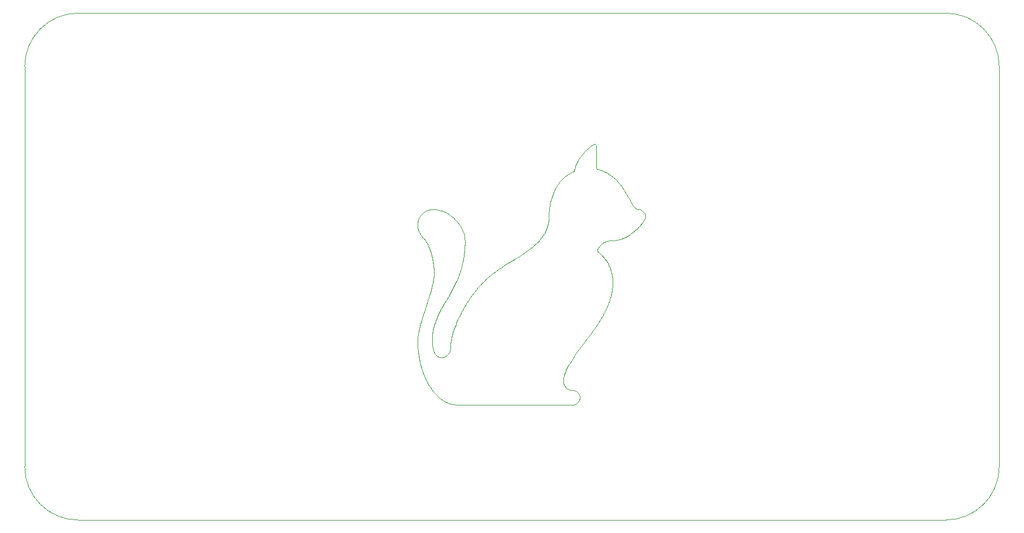
<source format=gbr>
%TF.GenerationSoftware,KiCad,Pcbnew,(6.0.4-0)*%
%TF.CreationDate,2022-06-17T01:14:53+02:00*%
%TF.ProjectId,AluminumCover,416c756d-696e-4756-9d43-6f7665722e6b,rev?*%
%TF.SameCoordinates,Original*%
%TF.FileFunction,Profile,NP*%
%FSLAX46Y46*%
G04 Gerber Fmt 4.6, Leading zero omitted, Abs format (unit mm)*
G04 Created by KiCad (PCBNEW (6.0.4-0)) date 2022-06-17 01:14:53*
%MOMM*%
%LPD*%
G01*
G04 APERTURE LIST*
%ADD10C,0.100000*%
%TA.AperFunction,Profile*%
%ADD11C,0.100000*%
%TD*%
G04 APERTURE END LIST*
D10*
X168040789Y-87325591D02*
X167959484Y-87251671D01*
X167890470Y-87178314D01*
X167822014Y-87096009D01*
X167754055Y-87005021D01*
X167686530Y-86905617D01*
X167675314Y-86888250D01*
D11*
X162318216Y-93620519D02*
X162287212Y-93713960D01*
D10*
X169535690Y-88582462D02*
X169530722Y-88473926D01*
X169515770Y-88369221D01*
X169490762Y-88268266D01*
X169455626Y-88170982D01*
X169410290Y-88077287D01*
X169354683Y-87987101D01*
X169288731Y-87900345D01*
X169212364Y-87816937D01*
X157625774Y-114215095D02*
X157556131Y-114139866D01*
X157493455Y-114060893D01*
X157420679Y-113949871D01*
X157360184Y-113832437D01*
X157311907Y-113708732D01*
X157283682Y-113611921D01*
X157262272Y-113511720D01*
X157247649Y-113408190D01*
X157239790Y-113301388D01*
X157238296Y-113228399D01*
D11*
X76537685Y-126062415D02*
G75*
G03*
X84537690Y-134062415I8000015J15D01*
G01*
X84537690Y-58062415D02*
X214537690Y-58062415D01*
D10*
X158739392Y-81822557D02*
X158628256Y-81870470D01*
X158518791Y-81920534D01*
X158410994Y-81972750D01*
X158304866Y-82027120D01*
X158200407Y-82083646D01*
X158097616Y-82142328D01*
X157996494Y-82203168D01*
X157897039Y-82266167D01*
X157799253Y-82331329D01*
X157703134Y-82398652D01*
X157608682Y-82468140D01*
X157515898Y-82539794D01*
X157424780Y-82613615D01*
X157335330Y-82689605D01*
X157247545Y-82767765D01*
X157161428Y-82848097D01*
X157076976Y-82930602D01*
X156994191Y-83015282D01*
X156913071Y-83102138D01*
X156833616Y-83191172D01*
X156755827Y-83282386D01*
X156679703Y-83375780D01*
X156605244Y-83471357D01*
X156532450Y-83569117D01*
X156461320Y-83669063D01*
X156391855Y-83771195D01*
X156324053Y-83875516D01*
X156257916Y-83982027D01*
X156193442Y-84090729D01*
X156130631Y-84201625D01*
X156069484Y-84314714D01*
X156010000Y-84430000D01*
X137705139Y-87493040D02*
X137583586Y-87495657D01*
X137464575Y-87503508D01*
X137348093Y-87516596D01*
X137234125Y-87534920D01*
X137122659Y-87558481D01*
X137013680Y-87587280D01*
X136907177Y-87621318D01*
X136803134Y-87660596D01*
X136701539Y-87705115D01*
X136602379Y-87754875D01*
X136505640Y-87809877D01*
X136411308Y-87870122D01*
X136319371Y-87935612D01*
X136229814Y-88006346D01*
X136142625Y-88082325D01*
X136057790Y-88163552D01*
X164759522Y-92136478D02*
X164892783Y-92133537D01*
X165026982Y-92124702D01*
X165162124Y-92109952D01*
X165298212Y-92089264D01*
X165435250Y-92062618D01*
X165573242Y-92029993D01*
X165712192Y-91991368D01*
X165852105Y-91946721D01*
X165992983Y-91896032D01*
X166134832Y-91839279D01*
X166277654Y-91776441D01*
X166421455Y-91707497D01*
X166566238Y-91632426D01*
X166712006Y-91551206D01*
X166858764Y-91463817D01*
X167006517Y-91370238D01*
X164367045Y-82400961D02*
X164249412Y-82316059D01*
X164130035Y-82234511D01*
X164008910Y-82156315D01*
X163886034Y-82081471D01*
X163761405Y-82009980D01*
X163635021Y-81941841D01*
X163506879Y-81877054D01*
X163376977Y-81815620D01*
X163245311Y-81757538D01*
X163111881Y-81702808D01*
X162976682Y-81651430D01*
X162839713Y-81603404D01*
X162700972Y-81558731D01*
X162560455Y-81517409D01*
X162418160Y-81479439D01*
X162274085Y-81444822D01*
X139887270Y-109279764D02*
X139794507Y-109373264D01*
X139693812Y-109453896D01*
X139585394Y-109521784D01*
X139469466Y-109577050D01*
X139346239Y-109619819D01*
X139215922Y-109650215D01*
X139113659Y-109664967D01*
X139007617Y-109672881D01*
X138934867Y-109674384D01*
X140140872Y-108954009D02*
X140082496Y-109039325D01*
X140021983Y-109119330D01*
X139953534Y-109203214D01*
X139887270Y-109279764D01*
X161417961Y-77952876D02*
X161323969Y-78017257D01*
X161228367Y-78087640D01*
X161131157Y-78164050D01*
X161032341Y-78246511D01*
X160931921Y-78335048D01*
X160829900Y-78429686D01*
X160726278Y-78530450D01*
X160621060Y-78637365D01*
X160550027Y-78712071D01*
X160478287Y-78789529D01*
X160405838Y-78869746D01*
X160332683Y-78952730D01*
X140307606Y-108299212D02*
X140303469Y-108409431D01*
X140292826Y-108514010D01*
X140275846Y-108623569D01*
X140266320Y-108673831D01*
D11*
X214537690Y-134062415D02*
X84537690Y-134062415D01*
D10*
X150312715Y-94708943D02*
X150225413Y-94772500D01*
X150141181Y-94828953D01*
X150070258Y-94869819D01*
X161964560Y-77686475D02*
X161868020Y-77718658D01*
X161768761Y-77758871D01*
X161666760Y-77807266D01*
X161561992Y-77863999D01*
X161472557Y-77917755D01*
X161417961Y-77952876D01*
X137562264Y-107066915D02*
X137564256Y-106895076D01*
X137570230Y-106723266D01*
X137580185Y-106551486D01*
X137594118Y-106379735D01*
X137612026Y-106208017D01*
X137633908Y-106036331D01*
X137659761Y-105864680D01*
X137689583Y-105693064D01*
X137723372Y-105521486D01*
X137761124Y-105349945D01*
X137802838Y-105178444D01*
X137848512Y-105006983D01*
X137898144Y-104835564D01*
X137951730Y-104664188D01*
X138009269Y-104492857D01*
X138070759Y-104321572D01*
D11*
X162157178Y-81298520D02*
G75*
G03*
X162274085Y-81444822I150022J20D01*
G01*
D10*
X167675314Y-86888250D02*
X167608949Y-86783749D01*
X167540935Y-86674545D01*
X167471270Y-86560641D01*
X167399956Y-86442044D01*
X167326991Y-86318757D01*
X167252377Y-86190785D01*
X167201717Y-86102871D01*
X167150324Y-86012879D01*
X167098197Y-85920810D01*
X167045337Y-85826665D01*
X166991744Y-85730447D01*
X166937417Y-85632156D01*
X166882358Y-85531795D01*
X142039538Y-102782093D02*
X141932422Y-102987200D01*
X141828760Y-103190187D01*
X141728548Y-103391054D01*
X141631784Y-103589802D01*
X141538463Y-103786432D01*
X141448581Y-103980946D01*
X141362137Y-104173345D01*
X141279125Y-104363630D01*
X141199543Y-104551801D01*
X141123386Y-104737861D01*
X141050652Y-104921810D01*
X140981337Y-105103650D01*
X140915437Y-105283381D01*
X140852949Y-105461005D01*
X140793870Y-105636523D01*
X140738195Y-105809936D01*
X140685922Y-105981245D01*
X140637047Y-106150451D01*
X140591566Y-106317557D01*
X140549476Y-106482561D01*
X140510773Y-106645467D01*
X140475454Y-106806274D01*
X140443516Y-106964985D01*
X140414954Y-107121600D01*
X140389765Y-107276120D01*
X140367947Y-107428547D01*
X140349495Y-107578882D01*
X140334405Y-107727126D01*
X140322675Y-107873279D01*
X140314301Y-108017344D01*
X140309279Y-108159321D01*
X140307606Y-108299212D01*
X157238296Y-113228399D02*
X157241442Y-113095513D01*
X157250863Y-112960303D01*
X157266530Y-112822776D01*
X157288416Y-112682938D01*
X157316492Y-112540797D01*
X157350732Y-112396358D01*
X157391106Y-112249628D01*
X157437588Y-112100615D01*
X157490150Y-111949325D01*
X157548763Y-111795765D01*
X157613399Y-111639940D01*
X157684032Y-111481859D01*
X157760633Y-111321527D01*
X157843174Y-111158952D01*
X157931627Y-110994140D01*
X158025966Y-110827098D01*
X162318216Y-93620519D02*
X162367509Y-93485390D01*
X162423451Y-93356419D01*
X162486043Y-93233652D01*
X162555289Y-93117135D01*
X162631192Y-93006915D01*
X162713755Y-92903038D01*
X162802979Y-92805551D01*
X162898869Y-92714501D01*
X163001426Y-92629934D01*
X163110654Y-92551897D01*
X163187181Y-92503523D01*
X158025966Y-110827098D02*
X158123903Y-110659591D01*
X158224243Y-110491505D01*
X158326987Y-110322840D01*
X158432132Y-110153596D01*
X158485605Y-110068758D01*
X158539678Y-109983774D01*
X158594351Y-109898647D01*
X158649624Y-109813374D01*
X158705497Y-109727957D01*
X158761970Y-109642396D01*
X158819042Y-109556690D01*
X158876714Y-109470840D01*
X158934986Y-109384845D01*
X158993856Y-109298706D01*
X159053326Y-109212423D01*
X159113395Y-109125995D01*
X159174063Y-109039423D01*
X159235329Y-108952707D01*
X159297195Y-108865846D01*
X159359659Y-108778841D01*
X159422722Y-108691692D01*
X159486383Y-108604399D01*
X159550642Y-108516961D01*
X159615500Y-108429380D01*
X159680956Y-108341654D01*
X159747010Y-108253784D01*
X159813662Y-108165770D01*
X159880912Y-108077613D01*
X135691747Y-105253116D02*
X135654649Y-105404206D01*
X135620018Y-105550214D01*
X135587846Y-105691152D01*
X135558120Y-105827029D01*
X135530832Y-105957857D01*
X135505970Y-106083648D01*
X135483524Y-106204412D01*
X135463485Y-106320160D01*
X135445842Y-106430904D01*
X135430584Y-106536654D01*
X135417702Y-106637422D01*
X135402811Y-106779256D01*
X135393206Y-106909942D01*
X135388854Y-107029518D01*
X135388565Y-107066915D01*
X154570105Y-90762306D02*
X154506799Y-90889977D01*
X154440275Y-91015923D01*
X154370533Y-91140143D01*
X154297578Y-91262637D01*
X154221410Y-91383404D01*
X154142032Y-91502444D01*
X154059446Y-91619755D01*
X153973656Y-91735337D01*
X153884662Y-91849190D01*
X153792468Y-91961312D01*
X153697075Y-92071704D01*
X153598486Y-92180364D01*
X153496703Y-92287292D01*
X153391729Y-92392487D01*
X153283566Y-92495949D01*
X153172216Y-92597678D01*
X135605162Y-90850603D02*
X135662538Y-90965032D01*
X135723975Y-91077184D01*
X135789473Y-91187059D01*
X135859035Y-91294657D01*
X135932662Y-91399978D01*
X136010355Y-91503022D01*
X136092117Y-91603789D01*
X136177949Y-91702280D01*
X136130514Y-111758075D02*
X136177454Y-111895247D01*
X136225718Y-112030863D01*
X136275306Y-112164925D01*
X136326216Y-112297433D01*
X136378449Y-112428389D01*
X136432003Y-112557792D01*
X136486879Y-112685644D01*
X136543075Y-112811946D01*
X136600591Y-112936698D01*
X136659428Y-113059901D01*
X136719583Y-113181557D01*
X136781057Y-113301665D01*
X136843849Y-113420227D01*
X136907958Y-113537244D01*
X136973385Y-113652716D01*
X137040128Y-113766645D01*
X137108187Y-113879030D01*
X137177562Y-113989874D01*
X137248252Y-114099176D01*
X137320256Y-114206939D01*
X137393574Y-114313161D01*
X137468205Y-114417845D01*
X137544149Y-114520991D01*
X137621406Y-114622600D01*
X137699974Y-114722673D01*
X137779854Y-114821210D01*
X137861044Y-114918213D01*
X137943545Y-115013682D01*
X138027356Y-115107619D01*
X138112475Y-115200023D01*
X138198904Y-115290897D01*
X138286641Y-115380240D01*
D11*
X162287212Y-93713960D02*
X162363365Y-93776255D01*
D10*
X136057790Y-88163552D02*
X135976719Y-88248577D01*
X135900885Y-88335964D01*
X135830287Y-88425724D01*
X135764923Y-88517873D01*
X135704794Y-88612422D01*
X135649897Y-88709386D01*
X135600233Y-88808777D01*
X135555800Y-88910609D01*
X135516597Y-89014896D01*
X135482624Y-89121651D01*
X135453880Y-89230888D01*
X135430364Y-89342619D01*
X135412076Y-89456858D01*
X135399013Y-89573619D01*
X135391177Y-89692915D01*
X135388565Y-89814759D01*
X150070258Y-94869819D02*
X149932287Y-94948847D01*
X149795830Y-95027715D01*
X149660886Y-95106423D01*
X149527454Y-95184971D01*
X149395534Y-95263358D01*
X149265127Y-95341585D01*
X149136231Y-95419652D01*
X149008846Y-95497558D01*
X148882972Y-95575303D01*
X148758608Y-95652887D01*
X148635755Y-95730311D01*
X148514411Y-95807573D01*
X148394577Y-95884674D01*
X148276252Y-95961614D01*
X148159436Y-96038393D01*
X148044129Y-96115010D01*
X147930329Y-96191465D01*
X147818038Y-96267759D01*
X147707253Y-96343891D01*
X147597976Y-96419862D01*
X147490206Y-96495670D01*
X147383942Y-96571316D01*
X147279185Y-96646800D01*
X147175933Y-96722122D01*
X147074186Y-96797281D01*
X146973945Y-96872278D01*
X146875208Y-96947112D01*
X146777976Y-97021783D01*
X146682247Y-97096292D01*
X146588023Y-97170637D01*
X146495302Y-97244820D01*
X146404084Y-97318840D01*
X135388565Y-107066915D02*
X135389290Y-107221731D01*
X135391466Y-107376015D01*
X135395092Y-107529769D01*
X135400169Y-107682991D01*
X135406696Y-107835682D01*
X135414673Y-107987842D01*
X135424100Y-108139471D01*
X135434977Y-108290570D01*
X135447303Y-108441138D01*
X135461078Y-108591175D01*
X135476303Y-108740683D01*
X135492977Y-108889660D01*
X135511099Y-109038107D01*
X135530671Y-109186024D01*
X135551691Y-109333412D01*
X135574159Y-109480270D01*
X135598076Y-109626598D01*
X135623441Y-109772397D01*
X135650254Y-109917667D01*
X135678514Y-110062408D01*
X135708223Y-110206619D01*
X135739378Y-110350302D01*
X135771981Y-110493457D01*
X135806032Y-110636082D01*
X135841529Y-110778179D01*
X135878473Y-110919748D01*
X135916864Y-111060789D01*
X135956702Y-111201302D01*
X135997985Y-111341286D01*
X136040715Y-111480743D01*
X136084891Y-111619673D01*
X136130514Y-111758075D01*
D11*
X162157196Y-77830288D02*
X162157196Y-81298520D01*
D10*
X165872089Y-83908206D02*
X165800471Y-83807893D01*
X165725881Y-83708390D01*
X165648316Y-83609696D01*
X165567769Y-83511813D01*
X165484238Y-83414743D01*
X165397716Y-83318487D01*
X165308200Y-83223046D01*
X165215685Y-83128421D01*
X165120166Y-83034613D01*
X165021639Y-82941625D01*
X164920099Y-82849456D01*
X164815541Y-82758109D01*
X164707962Y-82667585D01*
X164597355Y-82577884D01*
X164483718Y-82489009D01*
X164367045Y-82400961D01*
X136611003Y-102182875D02*
X136572930Y-102297621D01*
X136535461Y-102411153D01*
X136498596Y-102523470D01*
X136462336Y-102634573D01*
X136426679Y-102744463D01*
X136391626Y-102853138D01*
X136357177Y-102960599D01*
X136323331Y-103066847D01*
X136290089Y-103171881D01*
X136257450Y-103275702D01*
X136225414Y-103378310D01*
X136193981Y-103479705D01*
X136163151Y-103579887D01*
X136132923Y-103678857D01*
X136103298Y-103776614D01*
X136074276Y-103873158D01*
X136018038Y-104062611D01*
X135964208Y-104247215D01*
X135912786Y-104426974D01*
X135863770Y-104601887D01*
X135817159Y-104771957D01*
X135772952Y-104937184D01*
X135731148Y-105097570D01*
X135691747Y-105253116D01*
D11*
X222537690Y-66062415D02*
X222537690Y-126062415D01*
D10*
X158610895Y-116782415D02*
X158719075Y-116777440D01*
X158823462Y-116762466D01*
X158924132Y-116737419D01*
X159021161Y-116702226D01*
X159114628Y-116656813D01*
X159204608Y-116601107D01*
X159291180Y-116535033D01*
X159374421Y-116458518D01*
D11*
X222537685Y-66062415D02*
G75*
G03*
X214537690Y-58062415I-7999985J15D01*
G01*
D10*
X155064453Y-88582462D02*
X155062520Y-88725597D01*
X155056724Y-88867823D01*
X155047065Y-89009137D01*
X155033542Y-89149537D01*
X155016157Y-89289021D01*
X154994910Y-89427588D01*
X154969800Y-89565234D01*
X154940830Y-89701959D01*
X154907998Y-89837759D01*
X154871306Y-89972633D01*
X154830754Y-90106578D01*
X154786342Y-90239593D01*
X154738070Y-90371675D01*
X154685940Y-90502823D01*
X154629951Y-90633034D01*
X154570105Y-90762306D01*
X153172216Y-92597678D02*
X153062689Y-92695132D01*
X152955655Y-92789631D01*
X152851115Y-92881170D01*
X152749072Y-92969746D01*
X152649525Y-93055358D01*
X152552477Y-93138001D01*
X152457929Y-93217673D01*
X152365883Y-93294372D01*
X152276340Y-93368093D01*
X152189302Y-93438834D01*
X152104769Y-93506593D01*
X152022744Y-93571366D01*
X151943228Y-93633150D01*
X151828662Y-93720217D01*
X151719749Y-93800543D01*
X162030181Y-105173821D02*
X162096535Y-105080496D01*
X162162297Y-104986571D01*
X162227467Y-104892047D01*
X162292044Y-104796923D01*
X162356028Y-104701199D01*
X162419419Y-104604875D01*
X162482218Y-104507951D01*
X162544423Y-104410426D01*
X162606037Y-104312300D01*
X162667057Y-104213573D01*
X162727485Y-104114246D01*
X162787320Y-104014317D01*
X162846562Y-103913788D01*
X162905212Y-103812656D01*
X162963269Y-103710923D01*
X163020733Y-103608589D01*
X163077605Y-103505652D01*
X163133883Y-103402114D01*
X163189569Y-103297973D01*
X163244663Y-103193230D01*
X163299163Y-103087884D01*
X163353071Y-102981935D01*
X163406387Y-102875384D01*
X163459109Y-102768230D01*
X163511239Y-102660472D01*
X163562776Y-102552111D01*
X163613720Y-102443147D01*
X163664072Y-102333579D01*
X163713831Y-102223407D01*
X163762997Y-102112632D01*
X163811571Y-102001252D01*
X163859552Y-101889268D01*
X140266320Y-108673831D02*
X140235152Y-108776193D01*
X140189004Y-108873095D01*
X140140872Y-108954009D01*
X136177949Y-91702280D02*
X136254334Y-91787276D01*
X136323126Y-91864675D01*
X136392390Y-91943815D01*
X136458305Y-92020956D01*
X136464841Y-92028750D01*
X158610895Y-114603571D02*
X158502103Y-114600195D01*
X158396537Y-114590052D01*
X158294256Y-114573118D01*
X158195322Y-114549368D01*
X158099796Y-114518780D01*
X157977832Y-114467314D01*
X157862179Y-114403590D01*
X157752979Y-114327550D01*
X157675401Y-114262404D01*
X157625774Y-114215095D01*
X138934867Y-109674384D02*
X138817899Y-109668087D01*
X138705606Y-109649374D01*
X138597982Y-109618507D01*
X138495022Y-109575750D01*
X138396722Y-109521366D01*
X138303075Y-109455620D01*
X138214078Y-109378774D01*
X138129725Y-109291092D01*
X138050012Y-109192837D01*
X137974932Y-109084273D01*
X137927452Y-109006301D01*
X167006517Y-91370238D02*
X167154067Y-91272416D01*
X167297487Y-91174084D01*
X167436785Y-91075243D01*
X167571964Y-90975896D01*
X167703033Y-90876044D01*
X167829996Y-90775689D01*
X167952861Y-90674833D01*
X168071632Y-90573477D01*
X168186316Y-90471625D01*
X168296919Y-90369277D01*
X168403447Y-90266436D01*
X168505907Y-90163103D01*
X168604304Y-90059280D01*
X168698644Y-89954970D01*
X168788933Y-89850173D01*
X168875179Y-89744893D01*
X168448840Y-87493040D02*
X168340920Y-87481362D01*
X168236777Y-87447945D01*
X168136653Y-87395213D01*
X168052530Y-87335134D01*
X168040789Y-87325591D01*
X146404084Y-97318840D02*
X146240722Y-97455892D01*
X146079099Y-97595112D01*
X145919215Y-97736502D01*
X145761068Y-97880061D01*
X145604661Y-98025790D01*
X145449992Y-98173689D01*
X145297062Y-98323759D01*
X145145872Y-98476000D01*
X144996421Y-98630412D01*
X144848709Y-98786996D01*
X144702737Y-98945752D01*
X144558506Y-99106680D01*
X144416014Y-99269782D01*
X144275263Y-99435057D01*
X144136252Y-99602505D01*
X143998981Y-99772128D01*
X143863452Y-99943925D01*
X143729664Y-100117897D01*
X143597616Y-100294045D01*
X143467311Y-100472368D01*
X143338747Y-100652867D01*
X143211924Y-100835543D01*
X143086844Y-101020395D01*
X142963505Y-101207425D01*
X142841909Y-101396633D01*
X142722056Y-101588018D01*
X142603945Y-101781582D01*
X142487577Y-101977325D01*
X142372952Y-102175247D01*
X142260070Y-102375349D01*
X142148932Y-102577630D01*
X142039538Y-102782093D01*
X160332683Y-78952730D02*
X160260279Y-79036835D01*
X160189526Y-79121091D01*
X160120421Y-79205497D01*
X160052962Y-79290054D01*
X159987150Y-79374760D01*
X159922982Y-79459617D01*
X159860457Y-79544624D01*
X159799574Y-79629781D01*
X159740332Y-79715088D01*
X159682729Y-79800545D01*
X159626764Y-79886152D01*
X159572436Y-79971909D01*
X159519743Y-80057816D01*
X159468685Y-80143873D01*
X159371466Y-80316438D01*
X159280769Y-80489602D01*
X159196583Y-80663366D01*
X159118898Y-80837730D01*
X159047705Y-81012693D01*
X158982992Y-81188256D01*
X158924750Y-81364418D01*
X158872968Y-81541179D01*
X158827637Y-81718539D01*
X156010000Y-84430000D02*
X155951889Y-84547509D01*
X155895617Y-84665804D01*
X155841185Y-84784886D01*
X155788592Y-84904755D01*
X155737839Y-85025411D01*
X155688927Y-85146855D01*
X155641855Y-85269088D01*
X155596624Y-85392109D01*
X155553235Y-85515920D01*
X155511688Y-85640520D01*
X155471983Y-85765911D01*
X155434121Y-85892092D01*
X155398102Y-86019064D01*
X155363926Y-86146828D01*
X155331595Y-86275384D01*
X155301107Y-86404732D01*
X155272465Y-86534874D01*
X155245667Y-86665808D01*
X155220715Y-86797537D01*
X155197608Y-86930060D01*
X155176348Y-87063378D01*
X155156935Y-87197491D01*
X155139369Y-87332400D01*
X155123650Y-87468104D01*
X155109779Y-87604606D01*
X155097756Y-87741905D01*
X155087581Y-87880001D01*
X155079256Y-88018895D01*
X155072780Y-88158588D01*
X155068154Y-88299080D01*
X155065378Y-88440371D01*
X155064453Y-88582462D01*
X136549712Y-92134191D02*
X136600147Y-92209487D01*
D11*
X162157213Y-77830288D02*
G75*
G03*
X161964560Y-77686475I-150013J-12D01*
G01*
D10*
X151719749Y-93800543D02*
X151611891Y-93877862D01*
X151499042Y-93956802D01*
X151381208Y-94037363D01*
X151258394Y-94119547D01*
X151173753Y-94175237D01*
X151086902Y-94231649D01*
X150997843Y-94288783D01*
X150906577Y-94346638D01*
X150813105Y-94405216D01*
X150717429Y-94464516D01*
X150619551Y-94524538D01*
X150519471Y-94585283D01*
X150417192Y-94646751D01*
X150312715Y-94708943D01*
X163859552Y-101889268D02*
X163906248Y-101777668D01*
X163951451Y-101666319D01*
X163995161Y-101555218D01*
X164037378Y-101444366D01*
X164078105Y-101333763D01*
X164117340Y-101223408D01*
X164155086Y-101113302D01*
X164191343Y-101003444D01*
X164226111Y-100893835D01*
X164259391Y-100784473D01*
X164291185Y-100675358D01*
X164321492Y-100566491D01*
X164350314Y-100457871D01*
X164377650Y-100349499D01*
X164403503Y-100241373D01*
X164427873Y-100133494D01*
X164450759Y-100025862D01*
X164472164Y-99918476D01*
X164492088Y-99811336D01*
X164510531Y-99704442D01*
X164527495Y-99597794D01*
X164542980Y-99491392D01*
X164556986Y-99385235D01*
X164569516Y-99279323D01*
X164580568Y-99173656D01*
X164590144Y-99068235D01*
X164598245Y-98963057D01*
X164604872Y-98858125D01*
X164610024Y-98753437D01*
X164613704Y-98648993D01*
X164615911Y-98544793D01*
X164616647Y-98440837D01*
X137848014Y-97208540D02*
X137845220Y-97334545D01*
X137836863Y-97471114D01*
X137822975Y-97618209D01*
X137810661Y-97722102D01*
X137795914Y-97830645D01*
X137778745Y-97943828D01*
X137759162Y-98061639D01*
X137737177Y-98184067D01*
X137712800Y-98311102D01*
X137686039Y-98442731D01*
X137656907Y-98578945D01*
X137625411Y-98719731D01*
X137591563Y-98865079D01*
X137555373Y-99014978D01*
X137536403Y-99091631D01*
X159374421Y-114927469D02*
X159291180Y-114850953D01*
X159204608Y-114784879D01*
X159114628Y-114729172D01*
X159021161Y-114683759D01*
X158924132Y-114648566D01*
X158823462Y-114623519D01*
X158719075Y-114608545D01*
X158610895Y-114603571D01*
X166882358Y-85531795D02*
X166827102Y-85431536D01*
X166770795Y-85331116D01*
X166713436Y-85230533D01*
X166655026Y-85129789D01*
X166595564Y-85028883D01*
X166535051Y-84927814D01*
X166473487Y-84826584D01*
X166410871Y-84725192D01*
X166347203Y-84623637D01*
X166282484Y-84521920D01*
X166216714Y-84420040D01*
X166149892Y-84317998D01*
X166082018Y-84215794D01*
X166013093Y-84113427D01*
X165943117Y-84010898D01*
X165872089Y-83908206D01*
X140985835Y-88991513D02*
X140891530Y-88898768D01*
X140796701Y-88809021D01*
X140701348Y-88722267D01*
X140605470Y-88638503D01*
X140509066Y-88557726D01*
X140412136Y-88479932D01*
X140314679Y-88405117D01*
X140216694Y-88333279D01*
X140118181Y-88264413D01*
X140019139Y-88198517D01*
X139919568Y-88135586D01*
X139819466Y-88075618D01*
X139718834Y-88018609D01*
X139617670Y-87964555D01*
X139515974Y-87913454D01*
X139413746Y-87865301D01*
X139310984Y-87820093D01*
X139207689Y-87777826D01*
X139103859Y-87738498D01*
X138999493Y-87702105D01*
X138894592Y-87668643D01*
X138789155Y-87638109D01*
X138683180Y-87610499D01*
X138576668Y-87585810D01*
X138469617Y-87564039D01*
X138362028Y-87545182D01*
X138253899Y-87529235D01*
X138145230Y-87516195D01*
X138036020Y-87506059D01*
X137926268Y-87498824D01*
X137815975Y-87494485D01*
X137705139Y-87493040D01*
X164616647Y-98440837D02*
X164614455Y-98265449D01*
X164607878Y-98091990D01*
X164596914Y-97920459D01*
X164581562Y-97750852D01*
X164561820Y-97583169D01*
X164537687Y-97417407D01*
X164509160Y-97253565D01*
X164476238Y-97091641D01*
X164438920Y-96931634D01*
X164397204Y-96773540D01*
X164351088Y-96617360D01*
X164300570Y-96463091D01*
X164245649Y-96310730D01*
X164186324Y-96160277D01*
X164122592Y-96011730D01*
X164054451Y-95865086D01*
X163981902Y-95720345D01*
X163904940Y-95577503D01*
X163823566Y-95436560D01*
X163737777Y-95297514D01*
X163647572Y-95160363D01*
X163552948Y-95025105D01*
X163453906Y-94891738D01*
X163350441Y-94760261D01*
X163242554Y-94630671D01*
X163130243Y-94502968D01*
X163013505Y-94377149D01*
X162892339Y-94253212D01*
X162766744Y-94131156D01*
X162636717Y-94010979D01*
X162502258Y-93892679D01*
X162363365Y-93776255D01*
X141986819Y-96111832D02*
X142017212Y-95998533D01*
X142046643Y-95884819D01*
X142075112Y-95770688D01*
X142102619Y-95656141D01*
X142129163Y-95541178D01*
X142154744Y-95425798D01*
X142179362Y-95310001D01*
X142203017Y-95193787D01*
X142225709Y-95077157D01*
X142247437Y-94960110D01*
X142268201Y-94842645D01*
X142288002Y-94724763D01*
X142306838Y-94606464D01*
X142324710Y-94487748D01*
X142341618Y-94368614D01*
X142357561Y-94249062D01*
X142372539Y-94129093D01*
X142386552Y-94008706D01*
X142399600Y-93887900D01*
X142411683Y-93766677D01*
X142422800Y-93645036D01*
X142432951Y-93522976D01*
X142442137Y-93400498D01*
X142450356Y-93277602D01*
X142457609Y-93154287D01*
X142463895Y-93030553D01*
X142469215Y-92906400D01*
X142473568Y-92781829D01*
X142476954Y-92656839D01*
X142479373Y-92531429D01*
X142480825Y-92405600D01*
X142481309Y-92279353D01*
X139312055Y-101736676D02*
X139403166Y-101584941D01*
X139494280Y-101432453D01*
X139585398Y-101279211D01*
X139676518Y-101125216D01*
X139767640Y-100970468D01*
X139858765Y-100814965D01*
X139949892Y-100658710D01*
X140041021Y-100501701D01*
X140132151Y-100343939D01*
X140223283Y-100185423D01*
X140314416Y-100026153D01*
X140405551Y-99866130D01*
X140496685Y-99705354D01*
X140587821Y-99543824D01*
X140678957Y-99381541D01*
X140770093Y-99218505D01*
X136464841Y-92028750D02*
X136529628Y-92108150D01*
X136549712Y-92134191D01*
X138070759Y-104321572D02*
X138134702Y-104152095D01*
X138200464Y-103983674D01*
X138268044Y-103816309D01*
X138337443Y-103649998D01*
X138408660Y-103484744D01*
X138481695Y-103320545D01*
X138556549Y-103157402D01*
X138633221Y-102995316D01*
X138711711Y-102834286D01*
X138792019Y-102674313D01*
X138874146Y-102515397D01*
X138958091Y-102357538D01*
X139043855Y-102200736D01*
X139131436Y-102044991D01*
X139220836Y-101890304D01*
X139312055Y-101736676D01*
D11*
X158610895Y-116782415D02*
X141394460Y-116782415D01*
D10*
X135388565Y-89814759D02*
X135390498Y-89923945D01*
X135396285Y-90030586D01*
X135405909Y-90134698D01*
X135419350Y-90236297D01*
X135436591Y-90335399D01*
X135465456Y-90463680D01*
X135500999Y-90587589D01*
X135543177Y-90707166D01*
X135591945Y-90822448D01*
X135605162Y-90850603D01*
D11*
X76537690Y-126062415D02*
X76537690Y-66062415D01*
D10*
X159374421Y-116458518D02*
X159450788Y-116375110D01*
X159516739Y-116288353D01*
X159572347Y-116198168D01*
X159617683Y-116104473D01*
X159652819Y-116007189D01*
X159677827Y-115906234D01*
X159692779Y-115801529D01*
X159697747Y-115692993D01*
X159880912Y-108077613D02*
X159948072Y-107989784D01*
X160015232Y-107901767D01*
X160082392Y-107813562D01*
X160149552Y-107725169D01*
X160216713Y-107636588D01*
X160283873Y-107547818D01*
X160351034Y-107458860D01*
X160418195Y-107369714D01*
X160485356Y-107280379D01*
X160552517Y-107190857D01*
X160619679Y-107101146D01*
X160686841Y-107011248D01*
X160754003Y-106921161D01*
X160821166Y-106830886D01*
X160888329Y-106740423D01*
X160955492Y-106649773D01*
X161022656Y-106558934D01*
X161089820Y-106467908D01*
X161156985Y-106376693D01*
X161224150Y-106285291D01*
X161291316Y-106193701D01*
X161358482Y-106101923D01*
X161425649Y-106009957D01*
X161492816Y-105917804D01*
X161559984Y-105825463D01*
X161627153Y-105732934D01*
X161694322Y-105640217D01*
X161761493Y-105547313D01*
X161828663Y-105454221D01*
X161895835Y-105360942D01*
X161963007Y-105267475D01*
X162030181Y-105173821D01*
X140770093Y-99218505D02*
X140859210Y-99055109D01*
X140946591Y-98887623D01*
X141032234Y-98716043D01*
X141116139Y-98540366D01*
X141198303Y-98360591D01*
X141278725Y-98176715D01*
X141318282Y-98083238D01*
X141357403Y-97988735D01*
X141396089Y-97893205D01*
X141434337Y-97796648D01*
X141472149Y-97699064D01*
X141509525Y-97600453D01*
X141546463Y-97500814D01*
X141582965Y-97400147D01*
X141619029Y-97298451D01*
X141654655Y-97195727D01*
X141689844Y-97091973D01*
X141724595Y-96987190D01*
X141758908Y-96881378D01*
X141792783Y-96774535D01*
X141826219Y-96666662D01*
X141859217Y-96557758D01*
X141891776Y-96447824D01*
X141923896Y-96336858D01*
X141955577Y-96224861D01*
X141986819Y-96111832D01*
D11*
X84537690Y-58062420D02*
G75*
G03*
X76537690Y-66062415I0J-8000000D01*
G01*
D10*
X163187181Y-92503523D02*
X163306434Y-92437025D01*
X163431657Y-92377334D01*
X163562799Y-92324391D01*
X163699811Y-92278138D01*
X163842643Y-92238517D01*
X163941072Y-92215759D01*
X164042050Y-92195906D01*
X164145563Y-92178940D01*
X164251595Y-92164845D01*
X164360132Y-92153603D01*
X164471159Y-92145197D01*
X164584661Y-92139610D01*
X164700623Y-92136825D01*
X164759522Y-92136478D01*
X142481309Y-92279353D02*
X142479866Y-92168263D01*
X142475534Y-92057717D01*
X142468311Y-91947716D01*
X142458194Y-91838257D01*
X142445177Y-91729342D01*
X142429260Y-91620968D01*
X142410437Y-91513135D01*
X142388705Y-91405844D01*
X142364062Y-91299092D01*
X142336503Y-91192880D01*
X142306026Y-91087207D01*
X142272627Y-90982072D01*
X142236303Y-90877476D01*
X142197049Y-90773416D01*
X142154864Y-90669893D01*
X142109743Y-90566906D01*
X142061684Y-90464454D01*
X142010682Y-90362537D01*
X141956735Y-90261154D01*
X141899838Y-90160305D01*
X141839990Y-90059989D01*
X141777185Y-89960205D01*
X141711422Y-89860952D01*
X141642696Y-89762231D01*
X141571004Y-89664041D01*
X141496343Y-89566380D01*
X141418709Y-89469249D01*
X141338100Y-89372647D01*
X141254511Y-89276572D01*
X141167939Y-89181026D01*
X141078382Y-89086006D01*
X140985835Y-88991513D01*
X137536403Y-99091631D02*
X137496544Y-99248973D01*
X137454283Y-99411102D01*
X137409619Y-99578018D01*
X137362556Y-99749718D01*
X137313092Y-99926202D01*
X137261231Y-100107468D01*
X137206973Y-100293515D01*
X137150319Y-100484341D01*
X137121094Y-100581547D01*
X137091271Y-100679946D01*
X137060850Y-100779541D01*
X137029830Y-100880329D01*
X136998213Y-100982311D01*
X136965998Y-101085487D01*
X136933185Y-101189857D01*
X136899774Y-101295420D01*
X136865767Y-101402177D01*
X136831162Y-101510127D01*
X136795960Y-101619270D01*
X136760162Y-101729605D01*
X136723767Y-101841134D01*
X136686775Y-101953855D01*
X136649187Y-102067769D01*
X136611003Y-102182875D01*
X159697747Y-115692993D02*
X159692779Y-115584456D01*
X159677827Y-115479751D01*
X159652819Y-115378796D01*
X159617683Y-115281512D01*
X159572347Y-115187817D01*
X159516739Y-115097632D01*
X159450788Y-115010876D01*
X159374421Y-114927469D01*
X169212364Y-87816937D02*
X169129124Y-87740421D01*
X169042552Y-87674347D01*
X168952571Y-87618641D01*
X168859105Y-87573228D01*
X168762075Y-87538035D01*
X168661406Y-87512988D01*
X168557020Y-87498014D01*
X168448840Y-87493040D01*
X137927452Y-109006301D02*
X137860704Y-108879142D01*
X137800958Y-108740367D01*
X137764970Y-108641449D01*
X137732023Y-108537447D01*
X137702090Y-108428392D01*
X137675142Y-108314317D01*
X137651150Y-108195252D01*
X137630086Y-108071230D01*
X137611923Y-107942282D01*
X137596632Y-107808439D01*
X137584184Y-107669734D01*
X137574551Y-107526197D01*
X137567706Y-107377860D01*
X137563619Y-107224756D01*
X137562264Y-107066915D01*
X168875179Y-89744893D02*
X168937717Y-89665721D01*
X169016157Y-89563750D01*
X169088980Y-89465874D01*
X169156220Y-89372082D01*
X169217912Y-89282365D01*
X169274093Y-89196712D01*
X169336621Y-89095346D01*
X169380528Y-89018802D01*
D11*
X158739400Y-81822575D02*
G75*
G03*
X158827637Y-81718539I-57700J138375D01*
G01*
D10*
X138286641Y-115380240D02*
X138374898Y-115467001D01*
X138463720Y-115550960D01*
X138553108Y-115632122D01*
X138643063Y-115710488D01*
X138733584Y-115786062D01*
X138824673Y-115858847D01*
X138916330Y-115928846D01*
X139008556Y-115996062D01*
X139101352Y-116060499D01*
X139194718Y-116122158D01*
X139288656Y-116181044D01*
X139383165Y-116237160D01*
X139478246Y-116290508D01*
X139573901Y-116341092D01*
X139670129Y-116388914D01*
X139766932Y-116433979D01*
X139864310Y-116476288D01*
X139962264Y-116515845D01*
X140060794Y-116552653D01*
X140159902Y-116586716D01*
X140259587Y-116618035D01*
X140359851Y-116646615D01*
X140460694Y-116672459D01*
X140562117Y-116695569D01*
X140664121Y-116715949D01*
X140766706Y-116733601D01*
X140869873Y-116748529D01*
X140973622Y-116760736D01*
X141077955Y-116770225D01*
X141182871Y-116776999D01*
X141288373Y-116781061D01*
X141394460Y-116782415D01*
D11*
X214537690Y-134062390D02*
G75*
G03*
X222537690Y-126062415I10J7999990D01*
G01*
D10*
X136600147Y-92209487D02*
X136677125Y-92340293D01*
X136751640Y-92472751D01*
X136823693Y-92606859D01*
X136893285Y-92742616D01*
X136960418Y-92880021D01*
X137025093Y-93019073D01*
X137087311Y-93159770D01*
X137147073Y-93302112D01*
X137204381Y-93446096D01*
X137259235Y-93591723D01*
X137311638Y-93738990D01*
X137361591Y-93887897D01*
X137409094Y-94038443D01*
X137454150Y-94190625D01*
X137496758Y-94344444D01*
X137536922Y-94499898D01*
X137574641Y-94656985D01*
X137609918Y-94815705D01*
X137642753Y-94976056D01*
X137673148Y-95138037D01*
X137701103Y-95301648D01*
X137726622Y-95466886D01*
X137749703Y-95633751D01*
X137770350Y-95802241D01*
X137788563Y-95972356D01*
X137804343Y-96144094D01*
X137817692Y-96317453D01*
X137828611Y-96492434D01*
X137837102Y-96669034D01*
X137843165Y-96847252D01*
X137846802Y-97027088D01*
X137848014Y-97208540D01*
X169380528Y-89018802D02*
X169428136Y-88928158D01*
X169472737Y-88830768D01*
X169508805Y-88732367D01*
X169532440Y-88629029D01*
X169535690Y-88582462D01*
M02*

</source>
